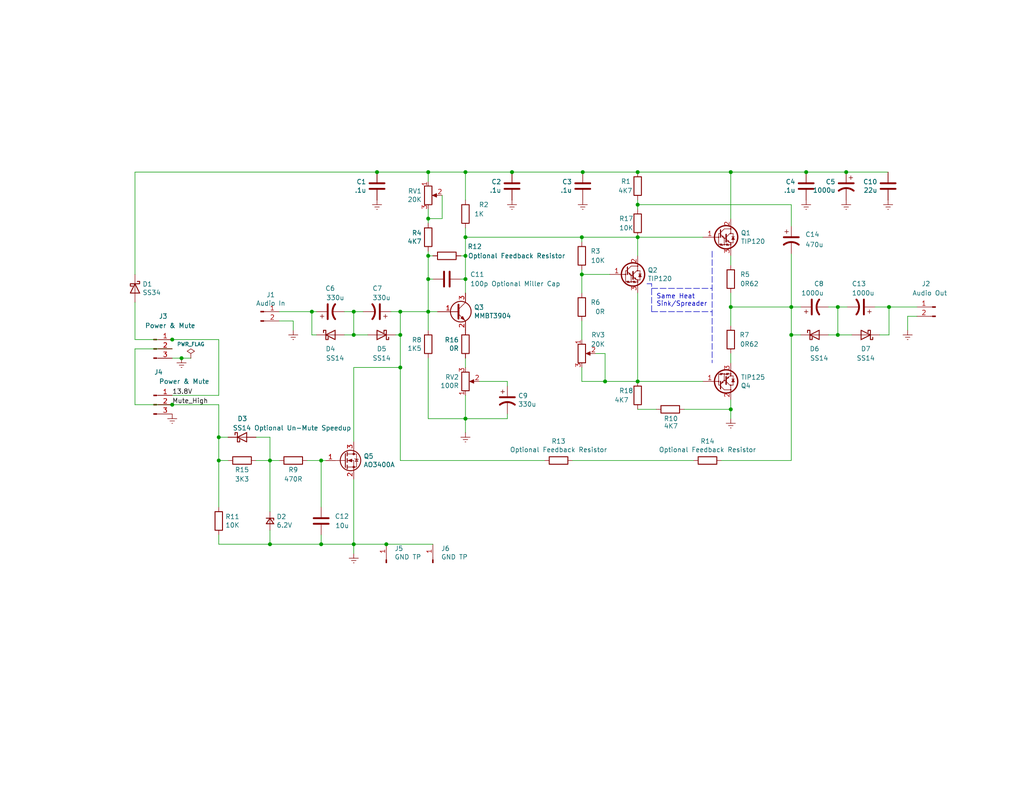
<source format=kicad_sch>
(kicad_sch (version 20211123) (generator eeschema)
  (paper "USLetter")
  (title_block (title "Audio Amp") (date "2022-12-28") (rev "V1.0"))
  (lib_symbols
    (symbol "AudioAmp-rescue:CP1-Device" (pin_numbers hide) (pin_names (offset 0.254) hide)
      (property "Reference" "C" (at 0.635 2.54 0))
      (property "Value" "CP1-Device" (at 0.635 -2.54 0))
      (symbol "CP1-Device_0_1"
        (polyline (pts (xy -2.032 0.762) (xy 2.032 0.762)) (stroke (width 0.508)))
        (polyline (pts (xy -1.778 2.286) (xy -0.762 2.286)))
        (polyline (pts (xy -1.27 1.778) (xy -1.27 2.794)))
        (arc (start 2.032 -1.27) (mid 0 -0.5572) (end -2.032 -1.27) (stroke (width 0.508)))
      )
      (symbol "CP1-Device_1_1"
        (pin passive line (at 0 3.81 270) (length 2.794) (name "~") (number "1"))
        (pin passive line (at 0 -3.81 90) (length 3.302) (name "~") (number "2"))
      )
    )
    (symbol "AudioAmp-rescue:R_POT-Device" (pin_names (offset 1.016) hide)
      (property "Reference" "RV" (at -4.445 0 90))
      (property "Value" "R_POT-Device" (at -2.54 0 90))
      (symbol "R_POT-Device_0_1"
        (polyline (pts (xy 2.54 0) (xy 1.524 0)))
        (polyline (pts (xy 1.143 0) (xy 2.286 0.508) (xy 2.286 -0.508) (xy 1.143 0)) (fill (type outline)))
        (rectangle (start 1.016 2.54) (end -1.016 -2.54) (stroke (width 0.254)))
      )
      (symbol "R_POT-Device_1_1"
        (pin passive line (at 0 3.81 270) (length 1.27) (name "1") (number "1"))
        (pin passive line (at 3.81 0 180) (length 1.27) (name "2") (number "2"))
        (pin passive line (at 0 -3.81 90) (length 1.27) (name "3") (number "3"))
      )
    )
    (symbol "Connector:Conn_01x01_Male" (pin_names (offset 1.016) hide)
      (property "Reference" "J" (at 0 2.54 0))
      (property "Value" "Conn_01x01_Male" (at 0 -2.54 0))
      (symbol "Conn_01x01_Male_1_1"
        (polyline (pts (xy 1.27 0) (xy 0.8636 0)) (stroke (width 0.1524)))
        (rectangle (start 0.8636 0.127) (end 0 -0.127) (stroke (width 0.1524)) (fill (type outline)))
        (pin passive line (at 5.08 0 180) (length 3.81) (name "Pin_1") (number "1"))
      )
    )
    (symbol "Connector:Conn_01x02_Male" (pin_names (offset 1.016) hide)
      (property "Reference" "J" (at 0 2.54 0))
      (property "Value" "Conn_01x02_Male" (at 0 -5.08 0))
      (symbol "Conn_01x02_Male_1_1"
        (polyline (pts (xy 1.27 -2.54) (xy 0.8636 -2.54)) (stroke (width 0.1524)))
        (polyline (pts (xy 1.27 0) (xy 0.8636 0)) (stroke (width 0.1524)))
        (rectangle (start 0.8636 -2.413) (end 0 -2.667) (stroke (width 0.1524)) (fill (type outline)))
        (rectangle (start 0.8636 0.127) (end 0 -0.127) (stroke (width 0.1524)) (fill (type outline)))
        (pin passive line (at 5.08 0 180) (length 3.81) (name "Pin_1") (number "1"))
        (pin passive line (at 5.08 -2.54 180) (length 3.81) (name "Pin_2") (number "2"))
      )
    )
    (symbol "Connector:Conn_01x03_Male" (pin_names (offset 1.016) hide)
      (property "Reference" "J" (at 0 5.08 0))
      (property "Value" "Conn_01x03_Male" (at 0 -5.08 0))
      (symbol "Conn_01x03_Male_1_1"
        (polyline (pts (xy 1.27 -2.54) (xy 0.8636 -2.54)) (stroke (width 0.1524)))
        (polyline (pts (xy 1.27 0) (xy 0.8636 0)) (stroke (width 0.1524)))
        (polyline (pts (xy 1.27 2.54) (xy 0.8636 2.54)) (stroke (width 0.1524)))
        (rectangle (start 0.8636 -2.413) (end 0 -2.667) (stroke (width 0.1524)) (fill (type outline)))
        (rectangle (start 0.8636 0.127) (end 0 -0.127) (stroke (width 0.1524)) (fill (type outline)))
        (rectangle (start 0.8636 2.667) (end 0 2.413) (stroke (width 0.1524)) (fill (type outline)))
        (pin passive line (at 5.08 2.54 180) (length 3.81) (name "Pin_1") (number "1"))
        (pin passive line (at 5.08 0 180) (length 3.81) (name "Pin_2") (number "2"))
        (pin passive line (at 5.08 -2.54 180) (length 3.81) (name "Pin_3") (number "3"))
      )
    )
    (symbol "Device:C" (pin_numbers hide) (pin_names (offset 0.254))
      (property "Reference" "C" (at 0.635 2.54 0))
      (property "Value" "C" (at 0.635 -2.54 0))
      (symbol "C_0_1"
        (polyline (pts (xy -2.032 -0.762) (xy 2.032 -0.762)) (stroke (width 0.508)))
        (polyline (pts (xy -2.032 0.762) (xy 2.032 0.762)) (stroke (width 0.508)))
      )
      (symbol "C_1_1"
        (pin passive line (at 0 3.81 270) (length 2.794) (name "~") (number "1"))
        (pin passive line (at 0 -3.81 90) (length 2.794) (name "~") (number "2"))
      )
    )
    (symbol "Device:D_Schottky" (pin_numbers hide) (pin_names (offset 1.016) hide)
      (property "Reference" "D" (at 0 2.54 0))
      (property "Value" "D_Schottky" (at 0 -2.54 0))
      (symbol "D_Schottky_0_1"
        (polyline (pts (xy 1.27 0) (xy -1.27 0)))
        (polyline (pts (xy 1.27 1.27) (xy 1.27 -1.27) (xy -1.27 0) (xy 1.27 1.27)) (stroke (width 0.254)))
        (polyline (pts (xy -1.905 0.635) (xy -1.905 1.27) (xy -1.27 1.27) (xy -1.27 -1.27) (xy -0.635 -1.27) (xy -0.635 -0.635)) (stroke (width 0.254)))
      )
      (symbol "D_Schottky_1_1"
        (pin passive line (at -3.81 0 0) (length 2.54) (name "K") (number "1"))
        (pin passive line (at 3.81 0 180) (length 2.54) (name "A") (number "2"))
      )
    )
    (symbol "Device:D_Zener_Small" (pin_numbers hide) (pin_names (offset 0.254) hide)
      (property "Reference" "D" (at 0 2.286 0))
      (property "Value" "D_Zener_Small" (at 0 -2.286 0))
      (symbol "D_Zener_Small_0_1"
        (polyline (pts (xy 0.762 0) (xy -0.762 0)))
        (polyline (pts (xy -0.254 1.016) (xy -0.762 1.016) (xy -0.762 -1.016)) (stroke (width 0.254)))
        (polyline (pts (xy 0.762 1.016) (xy -0.762 0) (xy 0.762 -1.016) (xy 0.762 1.016)) (stroke (width 0.254)))
      )
      (symbol "D_Zener_Small_1_1"
        (pin passive line (at -2.54 0 0) (length 1.778) (name "K") (number "1"))
        (pin passive line (at 2.54 0 180) (length 1.778) (name "A") (number "2"))
      )
    )
    (symbol "Device:R" (pin_numbers hide) (pin_names (offset 0))
      (property "Reference" "R" (at 2.032 0 90))
      (property "Value" "R" (at 0 0 90))
      (symbol "R_0_1"
        (rectangle (start -1.016 -2.54) (end 1.016 2.54) (stroke (width 0.254)))
      )
      (symbol "R_1_1"
        (pin passive line (at 0 3.81 270) (length 1.27) (name "~") (number "1"))
        (pin passive line (at 0 -3.81 90) (length 1.27) (name "~") (number "2"))
      )
    )
    (symbol "Transistor_BJT:MMBT3904" (pin_names (offset 0) hide)
      (property "Reference" "Q" (at 5.08 1.905 0))
      (property "Value" "MMBT3904" (at 5.08 0 0))
      (symbol "MMBT3904_0_1"
        (polyline (pts (xy 0.635 0.635) (xy 2.54 2.54)))
        (polyline (pts (xy 0.635 -0.635) (xy 2.54 -2.54) (xy 2.54 -2.54)))
        (polyline (pts (xy 0.635 1.905) (xy 0.635 -1.905) (xy 0.635 -1.905)) (stroke (width 0.508)))
        (polyline (pts (xy 1.27 -1.778) (xy 1.778 -1.27) (xy 2.286 -2.286) (xy 1.27 -1.778) (xy 1.27 -1.778)) (fill (type outline)))
        (circle (center 1.27 0) (radius 2.8194) (stroke (width 0.254)))
      )
      (symbol "MMBT3904_1_1"
        (pin input line (at -5.08 0 0) (length 5.715) (name "B") (number "1"))
        (pin passive line (at 2.54 -5.08 90) (length 2.54) (name "E") (number "2"))
        (pin passive line (at 2.54 5.08 270) (length 2.54) (name "C") (number "3"))
      )
    )
    (symbol "Transistor_BJT:TIP120" (pin_names (offset 0) hide)
      (property "Reference" "Q" (at 5.08 1.905 0))
      (property "Value" "TIP120" (at 5.08 0 0))
      (symbol "TIP120_0_1"
        (circle (center -0.762 0) (radius 0.127))
        (polyline (pts (xy -1.27 0) (xy -0.889 0)))
        (polyline (pts (xy 2.54 -2.032) (xy 2.54 -2.54)))
        (polyline (pts (xy 2.54 -1.524) (xy 3.175 -1.524)))
        (polyline (pts (xy 2.794 0.127) (xy 3.556 0.127)))
        (polyline (pts (xy 3.175 -0.635) (xy 3.175 -1.524)))
        (polyline (pts (xy 3.175 1.016) (xy 2.54 1.016)))
        (polyline (pts (xy 3.175 1.016) (xy 3.175 0.127)))
        (polyline (pts (xy -0.254 0.762) (xy 0.762 -0.254) (xy 1.27 -0.254)))
        (polyline (pts (xy -0.254 1.016) (xy -0.762 1.016) (xy -0.762 -2.032)))
        (polyline (pts (xy -0.254 1.27) (xy 0.762 2.286) (xy 2.54 2.286)))
        (polyline (pts (xy -0.254 2.032) (xy -0.254 0) (xy -0.254 0)) (stroke (width 0.3048)))
        (polyline (pts (xy 1.27 0.762) (xy 1.27 -1.27) (xy 1.27 -1.27)) (stroke (width 0.381)))
        (polyline (pts (xy 0.635 -0.127) (xy 0.381 0.381) (xy 0.127 0.127) (xy 0.635 -0.127)))
        (polyline (pts (xy 1.27 -0.508) (xy 2.286 -1.524) (xy 2.54 -1.524) (xy 2.54 -2.032)))
        (polyline (pts (xy 1.27 0) (xy 2.286 1.016) (xy 2.54 1.016) (xy 2.54 2.286)))
        (polyline (pts (xy 2.159 -1.397) (xy 1.905 -0.889) (xy 1.651 -1.143) (xy 2.159 -1.397)))
        (polyline (pts (xy 3.175 0.127) (xy 2.794 -0.635) (xy 3.556 -0.635) (xy 3.175 0.127)) (fill (type outline)))
        (polyline (pts (xy 0.762 -2.032) (xy 0.381 -2.032) (xy 0.254 -2.286) (xy 0.127 -1.778) (xy 0 -2.286) (xy -0.127 -1.778) (xy -0.254 -2.286) (xy -0.381 -1.778) (xy -0.508 -2.032) (xy -0.762 -2.032)))
        (polyline (pts (xy 0.762 -0.254) (xy 0.762 -2.032) (xy 1.143 -2.032) (xy 1.27 -1.778) (xy 1.397 -2.286) (xy 1.524 -1.778) (xy 1.651 -2.286) (xy 1.778 -1.778) (xy 1.905 -2.286) (xy 2.032 -2.032) (xy 2.54 -2.032)))
        (circle (center 0.762 -2.032) (radius 0.127))
        (circle (center 0.762 -0.254) (radius 0.127))
        (circle (center 1.27 0) (radius 3.175) (stroke (width 0.3556)))
        (circle (center 2.54 -2.032) (radius 0.127))
        (circle (center 2.54 -1.524) (radius 0.127))
        (circle (center 2.54 1.016) (radius 0.127))
        (circle (center 2.54 2.286) (radius 0.127))
      )
      (symbol "TIP120_1_1"
        (pin input line (at -5.08 0 0) (length 3.81) (name "B") (number "1"))
        (pin passive line (at 2.54 5.08 270) (length 2.667) (name "C") (number "2"))
        (pin passive line (at 2.54 -5.08 90) (length 2.54) (name "E") (number "3"))
      )
    )
    (symbol "Transistor_BJT:TIP125" (pin_names (offset 0) hide)
      (property "Reference" "Q" (at 5.08 1.905 0))
      (property "Value" "TIP125" (at 5.08 0 0))
      (symbol "TIP125_0_1"
        (circle (center -0.762 0) (radius 0.127))
        (polyline (pts (xy -1.27 0) (xy -0.889 0)))
        (polyline (pts (xy 2.54 -2.032) (xy 2.54 -2.54)))
        (polyline (pts (xy 2.54 -1.524) (xy 3.175 -1.524)))
        (polyline (pts (xy 2.794 -0.635) (xy 3.556 -0.635)))
        (polyline (pts (xy 3.175 -1.524) (xy 3.175 -0.635)))
        (polyline (pts (xy 3.175 0.127) (xy 3.175 1.016)))
        (polyline (pts (xy 3.175 1.016) (xy 2.54 1.016)))
        (polyline (pts (xy -0.254 0.762) (xy 0.762 -0.254) (xy 1.27 -0.254)))
        (polyline (pts (xy -0.254 1.016) (xy -0.762 1.016) (xy -0.762 -2.032)))
        (polyline (pts (xy -0.254 1.27) (xy 0.762 2.286) (xy 2.54 2.286)))
        (polyline (pts (xy -0.254 2.032) (xy -0.254 0) (xy -0.254 0)) (stroke (width 0.3048)))
        (polyline (pts (xy 1.27 0.762) (xy 1.27 -1.27) (xy 1.27 -1.27)) (stroke (width 0.381)))
        (polyline (pts (xy 0 0.508) (xy 0.254 0) (xy 0.508 0.254) (xy 0 0.508)))
        (polyline (pts (xy 1.27 -0.508) (xy 2.286 -1.524) (xy 2.54 -1.524) (xy 2.54 -2.032)))
        (polyline (pts (xy 1.27 0) (xy 2.286 1.016) (xy 2.54 1.016) (xy 2.54 2.286)))
        (polyline (pts (xy 1.524 -0.762) (xy 1.778 -1.27) (xy 2.032 -1.016) (xy 1.524 -0.762)))
        (polyline (pts (xy 3.175 -0.635) (xy 2.794 0.127) (xy 3.556 0.127) (xy 3.175 -0.635)) (fill (type outline)))
        (polyline (pts (xy 0.762 -2.032) (xy 0.381 -2.032) (xy 0.254 -2.286) (xy 0.127 -1.778) (xy 0 -2.286) (xy -0.127 -1.778) (xy -0.254 -2.286) (xy -0.381 -1.778) (xy -0.508 -2.032) (xy -0.762 -2.032)))
        (polyline (pts (xy 0.762 -0.254) (xy 0.762 -2.032) (xy 1.143 -2.032) (xy 1.27 -1.778) (xy 1.397 -2.286) (xy 1.524 -1.778) (xy 1.651 -2.286) (xy 1.778 -1.778) (xy 1.905 -2.286) (xy 2.032 -2.032) (xy 2.54 -2.032)))
        (circle (center 0.762 -2.032) (radius 0.127))
        (circle (center 0.762 -0.254) (radius 0.127))
        (circle (center 1.27 0) (radius 3.175) (stroke (width 0.3556)))
        (circle (center 2.54 -2.032) (radius 0.127))
        (circle (center 2.54 -1.524) (radius 0.127))
        (circle (center 2.54 1.016) (radius 0.127))
        (circle (center 2.54 2.286) (radius 0.127))
      )
      (symbol "TIP125_1_1"
        (pin input line (at -5.08 0 0) (length 3.81) (name "B") (number "1"))
        (pin passive line (at 2.54 5.08 270) (length 2.667) (name "C") (number "2"))
        (pin passive line (at 2.54 -5.08 90) (length 2.54) (name "E") (number "3"))
      )
    )
    (symbol "Transistor_FET:AO3400A" (pin_names hide)
      (property "Reference" "Q" (at 5.08 1.905 0))
      (property "Value" "AO3400A" (at 5.08 0 0))
      (symbol "AO3400A_0_1"
        (polyline (pts (xy 0.254 0) (xy -2.54 0)))
        (polyline (pts (xy 0.254 1.905) (xy 0.254 -1.905)) (stroke (width 0.254)))
        (polyline (pts (xy 0.762 -1.27) (xy 0.762 -2.286)) (stroke (width 0.254)))
        (polyline (pts (xy 0.762 0.508) (xy 0.762 -0.508)) (stroke (width 0.254)))
        (polyline (pts (xy 0.762 2.286) (xy 0.762 1.27)) (stroke (width 0.254)))
        (polyline (pts (xy 2.54 2.54) (xy 2.54 1.778)))
        (polyline (pts (xy 2.54 -2.54) (xy 2.54 0) (xy 0.762 0)))
        (polyline (pts (xy 0.762 -1.778) (xy 3.302 -1.778) (xy 3.302 1.778) (xy 0.762 1.778)))
        (polyline (pts (xy 1.016 0) (xy 2.032 0.381) (xy 2.032 -0.381) (xy 1.016 0)) (fill (type outline)))
        (polyline (pts (xy 2.794 0.508) (xy 2.921 0.381) (xy 3.683 0.381) (xy 3.81 0.254)))
        (polyline (pts (xy 3.302 0.381) (xy 2.921 -0.254) (xy 3.683 -0.254) (xy 3.302 0.381)))
        (circle (center 1.651 0) (radius 2.794) (stroke (width 0.254)))
        (circle (center 2.54 -1.778) (radius 0.254) (fill (type outline)))
        (circle (center 2.54 1.778) (radius 0.254) (fill (type outline)))
      )
      (symbol "AO3400A_1_1"
        (pin input line (at -5.08 0 0) (length 2.54) (name "G") (number "1"))
        (pin passive line (at 2.54 -5.08 90) (length 2.54) (name "S") (number "2"))
        (pin passive line (at 2.54 5.08 270) (length 2.54) (name "D") (number "3"))
      )
    )
    (symbol "power:GNDREF" (power) (pin_names (offset 0))
      (property "Value" "GNDREF" (at 0 -3.81 0))
      (symbol "GNDREF_0_1"
        (polyline (pts (xy -0.635 -1.905) (xy 0.635 -1.905)))
        (polyline (pts (xy -0.127 -2.54) (xy 0.127 -2.54)))
        (polyline (pts (xy 0 -1.27) (xy 0 0)))
        (polyline (pts (xy 1.27 -1.27) (xy -1.27 -1.27)))
      )
      (symbol "GNDREF_1_1"
        (pin power_in line (at 0 0 270) (length 0) hide (name "GNDREF") (number "1"))
      )
    )
    (symbol "power:PWR_FLAG" (power) (pin_numbers hide) (pin_names (offset 0) hide)
      (property "Value" "PWR_FLAG" (at 0 3.81 0))
      (symbol "PWR_FLAG_0_0"
        (pin power_out line (at 0 0 90) (length 0) (name "pwr") (number "1"))
      )
      (symbol "PWR_FLAG_0_1"
        (polyline (pts (xy 0 0) (xy 0 1.27) (xy -1.016 1.905) (xy 0 2.54) (xy 1.016 1.905) (xy 0 1.27)))
      )
    )
  )
  (junction (at 158.75 74.93))
  (junction (at 199.39 111.76))
  (junction (at 49.53 97.79))
  (junction (at 215.9 91.44))
  (junction (at 139.7 46.99))
  (junction (at 85.09 85.09))
  (junction (at 215.9 83.82))
  (junction (at 109.22 100.33))
  (junction (at 199.39 83.82))
  (junction (at 109.22 85.09))
  (junction (at 116.84 46.99))
  (junction (at 46.99 110.49))
  (junction (at 219.964 46.99))
  (junction (at 199.39 46.99))
  (junction (at 173.99 64.77))
  (junction (at 173.99 46.99))
  (junction (at 127 46.99))
  (junction (at 73.66 125.73))
  (junction (at 159.004 46.99))
  (junction (at 96.52 85.09))
  (junction (at 173.99 55.88))
  (junction (at 228.6 83.82))
  (junction (at 127 64.77))
  (junction (at 105.41 148.59))
  (junction (at 102.87 46.99))
  (junction (at 59.69 119.38))
  (junction (at 59.69 125.73))
  (junction (at 46.99 92.71))
  (junction (at 87.63 125.73))
  (junction (at 158.75 64.77))
  (junction (at 228.6 91.44))
  (junction (at 127 76.2))
  (junction (at 116.84 76.2))
  (junction (at 173.99 104.14))
  (junction (at 116.84 69.85))
  (junction (at 116.84 85.09))
  (junction (at 116.84 59.69))
  (junction (at 96.52 91.44))
  (junction (at 127 69.85))
  (junction (at 73.66 148.59))
  (junction (at 87.63 148.59))
  (junction (at 165.1 104.14))
  (junction (at 242.57 83.82))
  (junction (at 96.52 148.59))
  (junction (at 230.886 46.99))
  (junction (at 109.22 91.44))
  (junction (at 127 114.3))
  (wire (pts (xy 165.1 96.52) (xy 165.1 104.14)))
  (polyline (pts (xy 177.8 77.47) (xy 176.53 77.47)))
  (wire (pts (xy 199.39 109.22) (xy 199.39 111.76)))
  (wire (pts (xy 173.99 55.88) (xy 173.99 57.15)))
  (wire (pts (xy 199.39 111.76) (xy 199.39 114.3)))
  (wire (pts (xy 173.99 54.61) (xy 173.99 55.88)))
  (wire (pts (xy 80.01 87.63) (xy 80.01 90.17)))
  (wire (pts (xy 226.06 83.82) (xy 228.6 83.82)))
  (wire (pts (xy 109.22 100.33) (xy 109.22 91.44)))
  (wire (pts (xy 109.22 85.09) (xy 116.84 85.09)))
  (wire (pts (xy 106.68 85.09) (xy 109.22 85.09)))
  (wire (pts (xy 173.99 46.99) (xy 199.39 46.99)))
  (wire (pts (xy 102.87 46.99) (xy 116.84 46.99)))
  (wire (pts (xy 96.52 85.09) (xy 96.52 91.44)))
  (wire (pts (xy 247.65 86.36) (xy 247.65 90.17)))
  (wire (pts (xy 250.19 86.36) (xy 247.65 86.36)))
  (wire (pts (xy 73.66 148.59) (xy 87.63 148.59)))
  (wire (pts (xy 173.99 80.01) (xy 173.99 104.14)))
  (wire (pts (xy 116.84 68.58) (xy 116.84 69.85)))
  (wire (pts (xy 130.81 104.14) (xy 138.43 104.14)))
  (wire (pts (xy 87.63 146.05) (xy 87.63 148.59)))
  (wire (pts (xy 116.84 90.17) (xy 116.84 85.09)))
  (wire (pts (xy 138.43 114.3) (xy 138.43 113.03)))
  (wire (pts (xy 69.85 125.73) (xy 73.66 125.73)))
  (wire (pts (xy 218.44 91.44) (xy 215.9 91.44)))
  (wire (pts (xy 116.84 69.85) (xy 116.84 76.2)))
  (wire (pts (xy 116.84 49.53) (xy 116.84 46.99)))
  (wire (pts (xy 109.22 125.73) (xy 109.22 100.33)))
  (wire (pts (xy 127 118.11) (xy 127 114.3)))
  (wire (pts (xy 96.52 100.33) (xy 109.22 100.33)))
  (wire (pts (xy 228.6 91.44) (xy 232.41 91.44)))
  (wire (pts (xy 215.9 83.82) (xy 215.9 91.44)))
  (wire (pts (xy 83.82 125.73) (xy 87.63 125.73)))
  (wire (pts (xy 118.11 148.59) (xy 105.41 148.59)))
  (wire (pts (xy 215.9 125.73) (xy 196.85 125.73)))
  (wire (pts (xy 148.59 125.73) (xy 109.22 125.73)))
  (wire (pts (xy 87.63 125.73) (xy 88.9 125.73)))
  (wire (pts (xy 59.69 107.95) (xy 46.99 107.95)))
  (wire (pts (xy 62.23 125.73) (xy 59.69 125.73)))
  (wire (pts (xy 59.69 92.71) (xy 59.69 107.95)))
  (wire (pts (xy 228.6 83.82) (xy 228.6 91.44)))
  (wire (pts (xy 215.9 83.82) (xy 218.44 83.82)))
  (wire (pts (xy 158.75 100.33) (xy 158.75 104.14)))
  (polyline (pts (xy 177.8 85.09) (xy 177.8 77.47)))
  (wire (pts (xy 59.69 110.49) (xy 46.99 110.49)))
  (wire (pts (xy 158.75 87.63) (xy 158.75 92.71)))
  (wire (pts (xy 96.52 130.81) (xy 96.52 148.59)))
  (wire (pts (xy 86.36 85.09) (xy 85.09 85.09)))
  (wire (pts (xy 199.39 83.82) (xy 215.9 83.82)))
  (wire (pts (xy 59.69 119.38) (xy 59.69 125.73)))
  (wire (pts (xy 219.964 46.99) (xy 230.886 46.99)))
  (wire (pts (xy 118.11 76.2) (xy 116.84 76.2)))
  (wire (pts (xy 139.7 46.99) (xy 127 46.99)))
  (wire (pts (xy 116.84 59.69) (xy 116.84 60.96)))
  (wire (pts (xy 119.38 85.09) (xy 116.84 85.09)))
  (wire (pts (xy 86.36 91.44) (xy 85.09 91.44)))
  (wire (pts (xy 199.39 72.39) (xy 199.39 69.85)))
  (wire (pts (xy 107.95 91.44) (xy 109.22 91.44)))
  (wire (pts (xy 158.75 73.66) (xy 158.75 74.93)))
  (wire (pts (xy 116.84 97.79) (xy 116.84 114.3)))
  (wire (pts (xy 242.57 91.44) (xy 242.57 83.82)))
  (wire (pts (xy 36.83 46.99) (xy 36.83 74.93)))
  (wire (pts (xy 215.9 61.722) (xy 215.9 55.88)))
  (wire (pts (xy 85.09 85.09) (xy 76.2 85.09)))
  (wire (pts (xy 59.69 146.05) (xy 59.69 148.59)))
  (wire (pts (xy 125.73 69.85) (xy 127 69.85)))
  (wire (pts (xy 127 107.95) (xy 127 114.3)))
  (wire (pts (xy 120.65 59.69) (xy 116.84 59.69)))
  (wire (pts (xy 116.84 114.3) (xy 127 114.3)))
  (wire (pts (xy 109.22 91.44) (xy 109.22 85.09)))
  (wire (pts (xy 125.73 76.2) (xy 127 76.2)))
  (wire (pts (xy 87.63 148.59) (xy 96.52 148.59)))
  (wire (pts (xy 59.69 92.71) (xy 46.99 92.71)))
  (wire (pts (xy 173.99 69.85) (xy 173.99 64.77)))
  (wire (pts (xy 242.57 83.82) (xy 250.19 83.82)))
  (wire (pts (xy 49.53 97.79) (xy 46.99 97.79)))
  (wire (pts (xy 127 64.77) (xy 127 69.85)))
  (wire (pts (xy 199.39 99.06) (xy 199.39 96.52)))
  (wire (pts (xy 118.11 69.85) (xy 116.84 69.85)))
  (wire (pts (xy 186.69 111.76) (xy 199.39 111.76)))
  (wire (pts (xy 199.39 80.01) (xy 199.39 83.82)))
  (wire (pts (xy 215.9 91.44) (xy 215.9 125.73)))
  (wire (pts (xy 127 54.61) (xy 127 46.99)))
  (wire (pts (xy 36.83 95.25) (xy 36.83 110.49)))
  (wire (pts (xy 85.09 91.44) (xy 85.09 85.09)))
  (wire (pts (xy 52.07 97.79) (xy 49.53 97.79)))
  (wire (pts (xy 120.65 53.34) (xy 120.65 59.69)))
  (wire (pts (xy 73.66 139.7) (xy 73.66 125.73)))
  (wire (pts (xy 127 69.85) (xy 127 76.2)))
  (wire (pts (xy 116.84 57.15) (xy 116.84 59.69)))
  (wire (pts (xy 158.75 74.93) (xy 158.75 80.01)))
  (wire (pts (xy 158.75 66.04) (xy 158.75 64.77)))
  (wire (pts (xy 158.75 64.77) (xy 173.99 64.77)))
  (wire (pts (xy 36.83 110.49) (xy 46.99 110.49)))
  (wire (pts (xy 116.84 46.99) (xy 127 46.99)))
  (wire (pts (xy 62.23 119.38) (xy 59.69 119.38)))
  (wire (pts (xy 173.99 111.76) (xy 179.07 111.76)))
  (wire (pts (xy 215.9 55.88) (xy 173.99 55.88)))
  (wire (pts (xy 226.06 91.44) (xy 228.6 91.44)))
  (wire (pts (xy 228.6 83.82) (xy 231.14 83.82)))
  (wire (pts (xy 158.75 104.14) (xy 165.1 104.14)))
  (wire (pts (xy 59.69 148.59) (xy 73.66 148.59)))
  (wire (pts (xy 165.1 104.14) (xy 173.99 104.14)))
  (wire (pts (xy 76.2 87.63) (xy 80.01 87.63)))
  (wire (pts (xy 73.66 144.78) (xy 73.66 148.59)))
  (polyline (pts (xy 177.8 85.09) (xy 194.31 85.09)))
  (wire (pts (xy 46.99 95.25) (xy 36.83 95.25)))
  (wire (pts (xy 127 64.77) (xy 158.75 64.77)))
  (wire (pts (xy 191.77 104.14) (xy 173.99 104.14)))
  (wire (pts (xy 127 76.2) (xy 127 80.01)))
  (wire (pts (xy 96.52 91.44) (xy 100.33 91.44)))
  (wire (pts (xy 116.84 76.2) (xy 116.84 85.09)))
  (wire (pts (xy 238.76 83.82) (xy 242.57 83.82)))
  (wire (pts (xy 73.66 125.73) (xy 76.2 125.73)))
  (wire (pts (xy 240.03 91.44) (xy 242.57 91.44)))
  (wire (pts (xy 73.66 125.73) (xy 73.66 119.38)))
  (wire (pts (xy 215.9 69.342) (xy 215.9 83.82)))
  (wire (pts (xy 96.52 151.13) (xy 96.52 148.59)))
  (wire (pts (xy 87.63 125.73) (xy 87.63 138.43)))
  (wire (pts (xy 93.98 85.09) (xy 96.52 85.09)))
  (wire (pts (xy 127 62.23) (xy 127 64.77)))
  (wire (pts (xy 166.37 74.93) (xy 158.75 74.93)))
  (wire (pts (xy 138.43 104.14) (xy 138.43 105.41)))
  (wire (pts (xy 159.004 46.99) (xy 173.99 46.99)))
  (wire (pts (xy 36.83 82.55) (xy 36.83 92.71)))
  (wire (pts (xy 96.52 100.33) (xy 96.52 120.65)))
  (wire (pts (xy 46.99 92.71) (xy 36.83 92.71)))
  (wire (pts (xy 199.39 83.82) (xy 199.39 88.9)))
  (wire (pts (xy 59.69 119.38) (xy 59.69 110.49)))
  (polyline (pts (xy 177.8 78.74) (xy 194.31 78.74)))
  (wire (pts (xy 105.41 148.59) (xy 96.52 148.59)))
  (wire (pts (xy 96.52 85.09) (xy 99.06 85.09)))
  (wire (pts (xy 127 97.79) (xy 127 100.33)))
  (wire (pts (xy 93.98 91.44) (xy 96.52 91.44)))
  (wire (pts (xy 199.39 46.99) (xy 219.964 46.99)))
  (wire (pts (xy 242.316 46.99) (xy 230.886 46.99)))
  (wire (pts (xy 36.83 46.99) (xy 102.87 46.99)))
  (wire (pts (xy 199.39 59.69) (xy 199.39 46.99)))
  (wire (pts (xy 173.99 64.77) (xy 191.77 64.77)))
  (wire (pts (xy 189.23 125.73) (xy 156.21 125.73)))
  (polyline (pts (xy 194.31 68.58) (xy 194.31 99.06)))
  (wire (pts (xy 59.69 125.73) (xy 59.69 138.43)))
  (wire (pts (xy 162.56 96.52) (xy 165.1 96.52)))
  (wire (pts (xy 69.85 119.38) (xy 73.66 119.38)))
  (wire (pts (xy 127 114.3) (xy 138.43 114.3)))
  (wire (pts (xy 159.004 46.99) (xy 139.7 46.99)))
  (text "Same Heat\nSink/Spreader" (at 179.07 83.82 0) (effects (font (size 1.27 1.27)) (justify left bottom)))
  (label "Mute_High" (at 46.99 110.49 0))
  (label "13.8V" (at 46.99 107.95 0))
  (symbol (lib_id "Transistor_BJT:MMBT3904") (at 124.46 85.09 0) (unit 1)
    (property "Reference" "Q3" (at 129.3114 83.9216 0) (effects (justify left)))
    (property "Value" "MMBT3904" (at 129.3114 86.233 0) (effects (justify left)))
    (property "Footprint" "Package_TO_SOT_SMD:SOT-23_Handsoldering" (effects hide))
    (property "Datasheet" "https://www.onsemi.com/pub/Collateral/2N3903-D.PDF" (effects hide))
  )
  (symbol (lib_id "Device:R") (at 173.99 50.8 0) (mirror x) (unit 1)
    (property "Reference" "R1" (at 169.418 49.53 0) (effects (justify left)))
    (property "Value" "4K7" (at 168.656 52.07 0) (effects (justify left)))
    (property "Footprint" "WC8C:SMD_Combo_1206_0805" (effects hide))
  )
  (symbol (lib_id "Device:R") (at 199.39 76.2 0) (mirror x) (unit 1)
    (property "Reference" "R5" (at 201.93 74.93 0) (effects (justify left)))
    (property "Value" "0R62" (at 201.93 77.47 0) (effects (justify left)))
    (property "Footprint" "Resistor_THT:R_Axial_DIN0309_L9.0mm_D3.2mm_P12.70mm_Horizontal" (effects hide))
  )
  (symbol (lib_id "power:GNDREF") (at 199.39 114.3 0) (unit 1)
    (property "Reference" "#PWR012" (effects hide))
    (property "Value" "GNDREF" (effects hide))
  )
  (symbol (lib_id "Device:R") (at 116.84 64.77 0) (mirror y) (unit 1)
    (property "Reference" "R4" (at 115.062 63.6016 0) (effects (justify left)))
    (property "Value" "4K7" (at 115.062 65.913 0) (effects (justify left)))
    (property "Footprint" "WC8C:SMD_Combo_1206_0805" (effects hide))
  )
  (symbol (lib_id "Device:R") (at 116.84 93.98 0) (mirror y) (unit 1)
    (property "Reference" "R8" (at 115.062 92.8116 0) (effects (justify left)))
    (property "Value" "1K5" (at 115.062 95.123 0) (effects (justify left)))
    (property "Footprint" "WC8C:SMD_Combo_1206_0805" (effects hide))
  )
  (symbol (lib_id "Device:R") (at 127 58.42 0) (mirror y) (unit 1)
    (property "Reference" "R2" (at 133.35 55.88 0) (effects (justify left)))
    (property "Value" "1K" (at 132.08 58.42 0) (effects (justify left)))
    (property "Footprint" "WC8C:SMD_Combo_1206_0805" (effects hide))
  )
  (symbol (lib_id "Connector:Conn_01x03_Male") (at 41.91 110.49 0) (unit 1)
    (property "Reference" "J4" (at 44.45 101.6 0) (effects (justify right)))
    (property "Value" "Power & Mute" (at 57.15 104.14 0) (effects (justify right)))
    (property "Footprint" "Connector:FanPinHeader_1x03_P2.54mm_Vertical" (effects hide))
  )
  (symbol (lib_id "Transistor_FET:AO3400A") (at 93.98 125.73 0) (unit 1)
    (property "Reference" "Q5" (at 99.187 124.5616 0) (effects (justify left)))
    (property "Value" "AO3400A" (at 99.187 126.873 0) (effects (justify left)))
    (property "Footprint" "Package_TO_SOT_SMD:SOT-23_Handsoldering" (effects hide))
    (property "Datasheet" "http://www.aosmd.com/pdfs/datasheet/AO3400A.pdf" (effects hide))
  )
  (symbol (lib_id "Device:R") (at 59.69 142.24 0) (unit 1)
    (property "Reference" "R11" (at 61.468 141.0716 0) (effects (justify left)))
    (property "Value" "10K" (at 61.468 143.383 0) (effects (justify left)))
    (property "Footprint" "WC8C:SMD_Combo_1206_0805" (effects hide))
  )
  (symbol (lib_id "power:GNDREF") (at 96.52 151.13 0) (unit 1)
    (property "Reference" "#PWR011" (effects hide))
    (property "Value" "GNDREF" (effects hide))
  )
  (symbol (lib_id "power:GNDREF") (at 46.99 113.03 0) (unit 1)
    (property "Reference" "#PWR010" (effects hide))
    (property "Value" "GNDREF" (effects hide))
  )
  (symbol (lib_id "power:GNDREF") (at 127 118.11 0) (mirror y) (unit 1)
    (property "Reference" "#PWR09" (effects hide))
    (property "Value" "GNDREF" (effects hide))
  )
  (symbol (lib_id "Device:R") (at 80.01 125.73 270) (unit 1)
    (property "Reference" "R9" (at 80.01 128.27 90))
    (property "Value" "470R" (at 80.01 130.81 90))
    (property "Footprint" "WC8C:SMD_Combo_1206_0805" (effects hide))
  )
  (symbol (lib_id "Device:D_Zener_Small") (at 73.66 142.24 270) (unit 1)
    (property "Reference" "D2" (at 75.438 141.0716 90) (effects (justify left)))
    (property "Value" "6.2V" (at 75.438 143.383 90) (effects (justify left)))
    (property "Footprint" "Diode_SMD:D_MiniMELF_Handsoldering" (effects hide))
  )
  (symbol (lib_id "Connector:Conn_01x03_Male") (at 41.91 95.25 0) (unit 1)
    (property "Reference" "J3" (at 45.72 86.36 0) (effects (justify right)))
    (property "Value" "Power & Mute" (at 53.34 88.9 0) (effects (justify right)))
    (property "Footprint" "Connector:FanPinHeader_1x03_P2.54mm_Vertical" (effects hide))
  )
  (symbol (lib_id "power:GNDREF") (at 49.53 97.79 0) (mirror y) (unit 1)
    (property "Reference" "#PWR08" (effects hide))
    (property "Value" "GNDREF" (effects hide))
  )
  (symbol (lib_id "Device:R") (at 199.39 92.71 0) (mirror y) (unit 1)
    (property "Reference" "R7" (at 204.47 91.44 0) (effects (justify left)))
    (property "Value" "0R62" (at 207.01 93.98 0) (effects (justify left)))
    (property "Footprint" "Resistor_THT:R_Axial_DIN0309_L9.0mm_D3.2mm_P12.70mm_Horizontal" (effects hide))
  )
  (symbol (lib_id "Device:R") (at 158.75 83.82 0) (mirror y) (unit 1)
    (property "Reference" "R6" (at 163.83 82.55 0) (effects (justify left)))
    (property "Value" "0R" (at 165.1 85.09 0) (effects (justify left)))
    (property "Footprint" "WC8C:SMD_Combo_1206_0805" (effects hide))
  )
  (symbol (lib_id "Device:R") (at 182.88 111.76 270) (mirror x) (unit 1)
    (property "Reference" "R10" (at 181.102 114.3 90) (effects (justify left)))
    (property "Value" "4K7" (at 181.102 116.332 90) (effects (justify left)))
    (property "Footprint" "WC8C:SMD_Combo_1206_0805" (effects hide))
  )
  (symbol (lib_id "Device:R") (at 158.75 69.85 0) (mirror y) (unit 1)
    (property "Reference" "R3" (at 163.83 68.58 0) (effects (justify left)))
    (property "Value" "10K" (at 165.1 71.12 0) (effects (justify left)))
    (property "Footprint" "WC8C:SMD_Combo_1206_0805" (effects hide))
  )
  (symbol (lib_id "AudioAmp-rescue:CP1-Device") (at 222.25 83.82 90) (unit 1)
    (property "Reference" "C8" (at 224.79 77.47 90) (effects (justify left)))
    (property "Value" "1000u" (at 224.79 80.01 90) (effects (justify left)))
    (property "Footprint" "Capacitor_THT:CP_Radial_D13.0mm_P5.00mm" (effects hide))
  )
  (symbol (lib_id "AudioAmp-rescue:CP1-Device") (at 138.43 109.22 0) (unit 1)
    (property "Reference" "C9" (at 141.351 108.0516 0) (effects (justify left)))
    (property "Value" "330u" (at 141.351 110.363 0) (effects (justify left)))
    (property "Footprint" "Capacitor_THT:CP_Radial_D13.0mm_P5.00mm" (effects hide))
  )
  (symbol (lib_id "power:PWR_FLAG") (at 52.07 97.79 0) (unit 1)
    (property "Reference" "#FLG01" (effects hide))
    (property "Value" "PWR_FLAG" (at 52.07 93.98 0) (effects (font (size 0.9906 0.9906))))
  )
  (symbol (lib_id "Device:R") (at 152.4 125.73 270) (unit 1)
    (property "Reference" "R13" (at 152.4 120.4722 90))
    (property "Value" "Optional Feedback Resistor" (at 152.4 122.7836 90))
    (property "Footprint" "WC8C:SMD_Combo_1206_0805" (effects hide))
  )
  (symbol (lib_id "Device:C") (at 87.63 142.24 0) (mirror y) (unit 1)
    (property "Reference" "C12" (at 95.25 140.97 0) (effects (justify left)))
    (property "Value" "10u" (at 95.25 143.51 0) (effects (justify left)))
    (property "Footprint" "WC8C:SMD_Combo_1206_0805" (effects hide))
  )
  (symbol (lib_id "Device:C") (at 121.92 76.2 270) (mirror x) (unit 1)
    (property "Reference" "C11" (at 128.27 74.93 90) (effects (justify left)))
    (property "Value" "100p Optional Miller Cap" (at 128.27 77.47 90) (effects (justify left)))
    (property "Footprint" "WC8C:SMD_Combo_1206_0805" (effects hide))
  )
  (symbol (lib_id "Device:R") (at 193.04 125.73 270) (unit 1)
    (property "Reference" "R14" (at 193.04 120.4722 90))
    (property "Value" "Optional Feedback Resistor" (at 193.04 122.7836 90))
    (property "Footprint" "WC8C:SMD_Combo_1206_0805" (effects hide))
  )
  (symbol (lib_id "Device:R") (at 121.92 69.85 270) (unit 1)
    (property "Reference" "R12" (at 129.54 67.31 90))
    (property "Value" "Optional Feedback Resistor" (at 140.97 69.85 90))
    (property "Footprint" "WC8C:SMD_Combo_1206_0805" (effects hide))
  )
  (symbol (lib_id "AudioAmp-rescue:CP1-Device") (at 90.17 85.09 90) (unit 1)
    (property "Reference" "C6" (at 91.44 78.74 90) (effects (justify left)))
    (property "Value" "330u" (at 93.98 81.28 90) (effects (justify left)))
    (property "Footprint" "Capacitor_THT:CP_Radial_D13.0mm_P5.00mm" (effects hide))
  )
  (symbol (lib_id "AudioAmp-rescue:CP1-Device") (at 102.87 85.09 270) (mirror x) (unit 1)
    (property "Reference" "C7" (at 101.6 78.74 90) (effects (justify left)))
    (property "Value" "330u" (at 101.6 81.28 90) (effects (justify left)))
    (property "Footprint" "Capacitor_THT:CP_Radial_D13.0mm_P5.00mm" (effects hide))
  )
  (symbol (lib_id "Connector:Conn_01x01_Male") (at 105.41 153.67 90) (unit 1)
    (property "Reference" "J5" (at 107.6452 149.7584 90) (effects (justify right)))
    (property "Value" "GND TP" (at 107.6452 152.0698 90) (effects (justify right)))
    (property "Footprint" "Connector_PinHeader_2.54mm:PinHeader_1x01_P2.54mm_Vertical" (effects hide))
  )
  (symbol (lib_id "Connector:Conn_01x01_Male") (at 118.11 153.67 90) (unit 1)
    (property "Reference" "J6" (at 120.3452 149.7584 90) (effects (justify right)))
    (property "Value" "GND TP" (at 120.3452 152.0698 90) (effects (justify right)))
    (property "Footprint" "Connector_PinHeader_2.54mm:PinHeader_1x01_P2.54mm_Vertical" (effects hide))
  )
  (symbol (lib_id "Device:D_Schottky") (at 90.17 91.44 0) (unit 1)
    (property "Reference" "D4" (at 90.17 95.25 0))
    (property "Value" "SS14" (at 91.44 97.79 0))
    (property "Footprint" "Diode_SMD:D_SMA_Handsoldering" (effects hide))
    (property "Datasheet" "https://www.vishay.com/docs/85748/1n4148w.pdf" (effects hide))
  )
  (symbol (lib_id "Device:D_Schottky") (at 104.14 91.44 180) (unit 1)
    (property "Reference" "D5" (at 104.14 95.25 0))
    (property "Value" "SS14" (at 104.14 97.79 0))
    (property "Footprint" "Diode_SMD:D_SMA_Handsoldering" (effects hide))
    (property "Datasheet" "https://www.vishay.com/docs/85748/1n4148w.pdf" (effects hide))
  )
  (symbol (lib_id "Device:D_Schottky") (at 222.25 91.44 0) (unit 1)
    (property "Reference" "D6" (at 222.25 95.25 0))
    (property "Value" "SS14" (at 223.52 97.79 0))
    (property "Footprint" "Diode_SMD:D_SMA_Handsoldering" (effects hide))
    (property "Datasheet" "https://www.vishay.com/docs/85748/1n4148w.pdf" (effects hide))
  )
  (symbol (lib_id "Device:D_Schottky") (at 236.22 91.44 180) (unit 1)
    (property "Reference" "D7" (at 236.22 95.25 0))
    (property "Value" "SS14" (at 236.22 97.79 0))
    (property "Footprint" "Diode_SMD:D_SMA_Handsoldering" (effects hide))
    (property "Datasheet" "https://www.vishay.com/docs/85748/1n4148w.pdf" (effects hide))
  )
  (symbol (lib_id "Device:D_Schottky") (at 66.04 119.38 0) (unit 1)
    (property "Reference" "D3" (at 64.77 114.3 0) (effects (justify left)))
    (property "Value" "SS14 Optional Un-Mute Speedup" (at 63.5 116.84 0) (effects (justify left)))
    (property "Footprint" "Diode_SMD:D_SMA_Handsoldering" (effects hide))
  )
  (symbol (lib_id "Device:R") (at 66.04 125.73 270) (unit 1)
    (property "Reference" "R15" (at 66.04 128.27 90))
    (property "Value" "3K3" (at 66.04 130.81 90))
    (property "Footprint" "WC8C:SMD_Combo_1206_0805" (effects hide))
  )
  (symbol (lib_id "Transistor_BJT:TIP120") (at 171.45 74.93 0) (unit 1)
    (property "Reference" "Q2" (at 176.7078 73.7616 0) (effects (justify left)))
    (property "Value" "TIP120" (at 176.7078 76.073 0) (effects (justify left)))
    (property "Footprint" "Package_TO_SOT_THT:TO-220-3_Vertical" (effects hide))
    (property "Datasheet" "https://www.onsemi.com/pub/Collateral/TIP120-D.PDF" (effects hide))
  )
  (symbol (lib_id "Transistor_BJT:TIP120") (at 196.85 64.77 0) (unit 1)
    (property "Reference" "Q1" (at 202.1078 63.6016 0) (effects (justify left)))
    (property "Value" "TIP120" (at 202.1078 65.913 0) (effects (justify left)))
    (property "Footprint" "Package_TO_SOT_THT:TO-220-3_Vertical" (effects hide))
    (property "Datasheet" "https://www.onsemi.com/pub/Collateral/TIP120-D.PDF" (effects hide))
  )
  (symbol (lib_id "Device:R") (at 127 93.98 0) (mirror y) (unit 1)
    (property "Reference" "R16" (at 125.222 92.8116 0) (effects (justify left)))
    (property "Value" "0R" (at 125.222 95.123 0) (effects (justify left)))
    (property "Footprint" "WC8C:SMD_Combo_1206_0805" (effects hide))
  )
  (symbol (lib_id "Transistor_BJT:TIP125") (at 196.85 104.14 0) (mirror x) (unit 1)
    (property "Reference" "Q4" (at 202.1078 105.3084 0) (effects (justify left)))
    (property "Value" "TIP125" (at 202.1078 102.997 0) (effects (justify left)))
    (property "Footprint" "Package_TO_SOT_THT:TO-220-3_Vertical" (effects hide))
    (property "Datasheet" "https://www.onsemi.com/pub/Collateral/TIP120-D.PDF" (effects hide))
  )
  (symbol (lib_id "AudioAmp-rescue:R_POT-Device") (at 116.84 53.34 0) (unit 1)
    (property "Reference" "RV1" (at 115.0874 52.1716 0) (effects (justify right)))
    (property "Value" "20K" (at 115.0874 54.483 0) (effects (justify right)))
    (property "Footprint" "Potentiometer_THT:Potentiometer_Piher_PT-6-V_Vertical" (effects hide))
  )
  (symbol (lib_id "AudioAmp-rescue:R_POT-Device") (at 127 104.14 0) (mirror x) (unit 1)
    (property "Reference" "RV2" (at 125.2474 102.9716 0) (effects (justify right)))
    (property "Value" "100R" (at 125.2474 105.283 0) (effects (justify right)))
    (property "Footprint" "Potentiometer_THT:Potentiometer_Piher_PT-6-V_Vertical" (effects hide))
  )
  (symbol (lib_id "AudioAmp-rescue:R_POT-Device") (at 158.75 96.52 0) (unit 1)
    (property "Reference" "RV3" (at 165.1 91.44 0) (effects (justify right)))
    (property "Value" "20K" (at 165.1 93.98 0) (effects (justify right)))
    (property "Footprint" "Potentiometer_THT:Potentiometer_Piher_PT-6-V_Vertical" (effects hide))
  )
  (symbol (lib_id "Connector:Conn_01x02_Male") (at 71.12 85.09 0) (unit 1)
    (property "Reference" "J1" (at 73.8632 80.4926 0))
    (property "Value" "Audio In" (at 73.8632 82.804 0))
    (property "Footprint" "Connector_Molex:Molex_KK-254_AE-6410-02A_1x02_P2.54mm_Vertical" (effects hide))
  )
  (symbol (lib_id "power:GNDREF") (at 80.01 90.17 0) (unit 1)
    (property "Reference" "#PWR06" (effects hide))
    (property "Value" "GNDREF" (effects hide))
  )
  (symbol (lib_id "Connector:Conn_01x02_Male") (at 255.27 83.82 0) (mirror y) (unit 1)
    (property "Reference" "J2" (at 251.46 77.47 0) (effects (justify right)))
    (property "Value" "Audio Out" (at 248.92 80.01 0) (effects (justify right)))
    (property "Footprint" "Connector_Molex:Molex_KK-254_AE-6410-02A_1x02_P2.54mm_Vertical" (effects hide))
  )
  (symbol (lib_id "power:GNDREF") (at 247.65 90.17 0) (unit 1)
    (property "Reference" "#PWR07" (effects hide))
    (property "Value" "GNDREF" (effects hide))
  )
  (symbol (lib_id "Device:C") (at 219.964 50.8 0) (mirror y) (unit 1)
    (property "Reference" "C4" (at 217.043 49.6316 0) (effects (justify left)))
    (property "Value" ".1u" (at 217.043 51.943 0) (effects (justify left)))
    (property "Footprint" "WC8C:SMD_Combo_1206_0805" (effects hide))
  )
  (symbol (lib_id "power:GNDREF") (at 219.964 54.61 0) (mirror y) (unit 1)
    (property "Reference" "#PWR04" (effects hide))
    (property "Value" "GNDREF" (effects hide))
  )
  (symbol (lib_id "Device:C") (at 102.87 50.8 0) (mirror y) (unit 1)
    (property "Reference" "C1" (at 99.949 49.6316 0) (effects (justify left)))
    (property "Value" ".1u" (at 99.949 51.943 0) (effects (justify left)))
    (property "Footprint" "WC8C:SMD_Combo_1206_0805" (effects hide))
  )
  (symbol (lib_id "power:GNDREF") (at 102.87 54.61 0) (mirror y) (unit 1)
    (property "Reference" "#PWR01" (effects hide))
    (property "Value" "GNDREF" (effects hide))
  )
  (symbol (lib_id "Device:C") (at 139.7 50.8 0) (mirror y) (unit 1)
    (property "Reference" "C2" (at 136.779 49.6316 0) (effects (justify left)))
    (property "Value" ".1u" (at 136.779 51.943 0) (effects (justify left)))
    (property "Footprint" "WC8C:SMD_Combo_1206_0805" (effects hide))
  )
  (symbol (lib_id "power:GNDREF") (at 139.7 54.61 0) (mirror y) (unit 1)
    (property "Reference" "#PWR02" (effects hide))
    (property "Value" "GNDREF" (effects hide))
  )
  (symbol (lib_id "Device:C") (at 159.004 50.8 0) (mirror y) (unit 1)
    (property "Reference" "C3" (at 156.083 49.6316 0) (effects (justify left)))
    (property "Value" ".1u" (at 156.083 51.943 0) (effects (justify left)))
    (property "Footprint" "WC8C:SMD_Combo_1206_0805" (effects hide))
  )
  (symbol (lib_id "power:GNDREF") (at 159.004 54.61 0) (mirror y) (unit 1)
    (property "Reference" "#PWR03" (effects hide))
    (property "Value" "GNDREF" (effects hide))
  )
  (symbol (lib_id "AudioAmp-rescue:CP1-Device") (at 230.886 50.8 0) (mirror y) (unit 1)
    (property "Reference" "C5" (at 227.965 49.6316 0) (effects (justify left)))
    (property "Value" "1000u" (at 227.965 51.943 0) (effects (justify left)))
    (property "Footprint" "Capacitor_THT:CP_Radial_D18.0mm_P7.50mm" (effects hide))
  )
  (symbol (lib_id "power:GNDREF") (at 230.886 54.61 0) (mirror y) (unit 1)
    (property "Reference" "#PWR05" (effects hide))
    (property "Value" "GNDREF" (effects hide))
  )
  (symbol (lib_id "Device:D_Schottky") (at 36.83 78.74 270) (unit 1)
    (property "Reference" "D1" (at 38.862 77.5716 90) (effects (justify left)))
    (property "Value" "SS34" (at 38.862 79.883 90) (effects (justify left)))
    (property "Footprint" "Diode_SMD:D_SMA_Handsoldering" (effects hide))
  )
  (symbol (lib_id "AudioAmp-rescue:CP1-Device") (at 234.95 83.82 270) (mirror x) (unit 1)
    (property "Reference" "C13" (at 232.41 77.47 90) (effects (justify left)))
    (property "Value" "1000u" (at 232.41 80.01 90) (effects (justify left)))
    (property "Footprint" "Capacitor_THT:CP_Radial_D13.0mm_P5.00mm" (effects hide))
  )
  (symbol (lib_id "Device:C") (at 242.316 50.8 0) (mirror y) (unit 1)
    (property "Reference" "C10" (at 239.395 49.6316 0) (effects (justify left)))
    (property "Value" "22u" (at 239.395 51.943 0) (effects (justify left)))
    (property "Footprint" "WC8C:SMD_Combo_1206_0805" (effects hide))
  )
  (symbol (lib_id "power:GNDREF") (at 242.316 54.61 0) (mirror y) (unit 1)
    (property "Reference" "#PWR013" (effects hide))
    (property "Value" "GNDREF" (effects hide))
  )
  (symbol (lib_id "Device:R") (at 173.99 60.96 0) (mirror x) (unit 1)
    (property "Reference" "R17" (at 168.91 59.69 0) (effects (justify left)))
    (property "Value" "10K" (at 168.91 62.23 0) (effects (justify left)))
    (property "Footprint" "WC8C:SMD_Combo_1206_0805" (effects hide))
  )
  (symbol (lib_id "Device:R") (at 173.99 107.95 0) (mirror x) (unit 1)
    (property "Reference" "R18" (at 168.91 106.68 0) (effects (justify left)))
    (property "Value" "4K7" (at 167.64 109.22 0) (effects (justify left)))
    (property "Footprint" "WC8C:SMD_Combo_1206_0805" (effects hide))
  )
  (symbol (lib_id "AudioAmp-rescue:CP1-Device") (at 215.9 65.532 0) (unit 1)
    (property "Reference" "C14" (at 219.71 64.008 0) (effects (justify left)))
    (property "Value" "470u" (at 219.71 66.802 0) (effects (justify left)))
    (property "Footprint" "Capacitor_THT:CP_Radial_D13.0mm_P5.00mm" (effects hide))
  )
)
</source>
